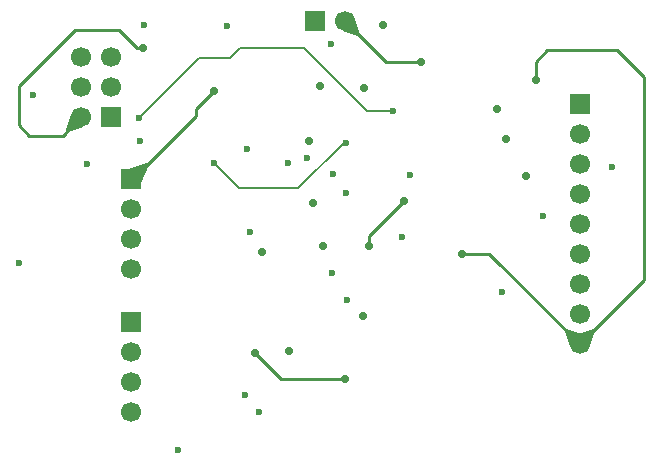
<source format=gbr>
%TF.GenerationSoftware,KiCad,Pcbnew,9.0.1*%
%TF.CreationDate,2025-12-03T13:54:12+03:00*%
%TF.ProjectId,MCU Datalogger wirh 512KB EEPROM,4d435520-4461-4746-916c-6f6767657220,1*%
%TF.SameCoordinates,Original*%
%TF.FileFunction,Copper,L3,Inr*%
%TF.FilePolarity,Positive*%
%FSLAX46Y46*%
G04 Gerber Fmt 4.6, Leading zero omitted, Abs format (unit mm)*
G04 Created by KiCad (PCBNEW 9.0.1) date 2025-12-03 13:54:12*
%MOMM*%
%LPD*%
G01*
G04 APERTURE LIST*
%TA.AperFunction,ComponentPad*%
%ADD10R,1.700000X1.700000*%
%TD*%
%TA.AperFunction,ComponentPad*%
%ADD11C,1.700000*%
%TD*%
%TA.AperFunction,ViaPad*%
%ADD12C,0.700000*%
%TD*%
%TA.AperFunction,ViaPad*%
%ADD13C,0.600000*%
%TD*%
%TA.AperFunction,Conductor*%
%ADD14C,0.250000*%
%TD*%
%TA.AperFunction,Conductor*%
%ADD15C,0.200000*%
%TD*%
G04 APERTURE END LIST*
D10*
%TO.N,/D2*%
%TO.C,J3*%
X157268500Y-87182100D03*
D11*
%TO.N,/D3*%
X157268500Y-89722100D03*
%TO.N,/D4*%
X157268500Y-92262100D03*
%TO.N,/D5*%
X157268500Y-94802100D03*
%TO.N,/D6*%
X157268500Y-97342100D03*
%TO.N,/D7*%
X157268500Y-99882100D03*
%TO.N,/D8*%
X157268500Y-102422100D03*
%TO.N,GND*%
X157268500Y-104962100D03*
%TO.N,/Vcc*%
X157268500Y-107502100D03*
%TD*%
D10*
%TO.N,/Vcc*%
%TO.C,BT1*%
X134828500Y-80162100D03*
D11*
%TO.N,GND*%
X137368500Y-80162100D03*
%TD*%
D10*
%TO.N,GND*%
%TO.C,J1*%
X119293500Y-93492100D03*
D11*
%TO.N,/Vcc*%
X119293500Y-96032100D03*
%TO.N,/SDA*%
X119293500Y-98572100D03*
%TO.N,/SCL*%
X119293500Y-101112100D03*
%TD*%
D10*
%TO.N,/MISO*%
%TO.C,J4*%
X117593500Y-88287100D03*
D11*
%TO.N,/Vcc*%
X115053500Y-88287100D03*
%TO.N,/SCK*%
X117593500Y-85747100D03*
%TO.N,/MOSI*%
X115053500Y-85747100D03*
%TO.N,/RESET*%
X117593500Y-83207100D03*
%TO.N,GND*%
X115053500Y-83207100D03*
%TD*%
D10*
%TO.N,GND*%
%TO.C,J2*%
X119293500Y-105627100D03*
D11*
%TO.N,/Vcc*%
X119293500Y-108167100D03*
%TO.N,/RX*%
X119293500Y-110707100D03*
%TO.N,/TX*%
X119293500Y-113247100D03*
%TD*%
D12*
%TO.N,GND*%
X150250000Y-87570000D03*
X130350000Y-99690000D03*
X134389932Y-90331935D03*
X143790000Y-83630000D03*
X135300000Y-85670000D03*
X151010000Y-90140000D03*
X132650000Y-108080000D03*
X126310000Y-86070000D03*
X138930000Y-105070000D03*
X152720000Y-93250000D03*
X134700000Y-95540000D03*
%TO.N,/Vcc*%
X137420000Y-110420000D03*
X135550000Y-99170000D03*
X147300000Y-99860000D03*
X138990000Y-85840000D03*
X142390000Y-95410000D03*
X139443500Y-99170000D03*
X153530000Y-85090000D03*
X129800000Y-108250000D03*
X120330000Y-82420000D03*
X140630000Y-80490000D03*
D13*
%TO.N,Net-(IC1-PB6)*%
X136280000Y-101480000D03*
X137560000Y-103750000D03*
%TO.N,/SCK*%
X119930000Y-88360000D03*
X141500000Y-87750000D03*
%TO.N,/SDA*%
X128960000Y-111790000D03*
X136210000Y-82120000D03*
X132610000Y-92130000D03*
%TO.N,/D2*%
X129340000Y-98000000D03*
X123290000Y-116490000D03*
%TO.N,/D7*%
X150710000Y-103080000D03*
X137480000Y-94700000D03*
%TO.N,/RESET*%
X120390000Y-80460000D03*
X120060000Y-90330000D03*
%TO.N,/MOSI*%
X134140000Y-91750000D03*
X110960000Y-86400000D03*
%TO.N,/D5*%
X142200000Y-98460000D03*
%TO.N,/D6*%
X154170000Y-96670000D03*
X142890000Y-93180000D03*
%TO.N,/SCL*%
X130150000Y-113280000D03*
X129100000Y-90980000D03*
X109820000Y-100600000D03*
X127370000Y-80520000D03*
%TO.N,/D8*%
X159990000Y-92520000D03*
X136360000Y-93070000D03*
%TO.N,/MISO*%
X115530000Y-92220000D03*
X137440000Y-90430000D03*
X126330000Y-92150000D03*
%TD*%
D14*
%TO.N,GND*%
X140836400Y-83630000D02*
X143790000Y-83630000D01*
X119457900Y-93492100D02*
X124760000Y-88190000D01*
X124760000Y-88190000D02*
X124760000Y-87620000D01*
X137368500Y-80162100D02*
X140836400Y-83630000D01*
X124760000Y-87620000D02*
X126310000Y-86070000D01*
X119293500Y-93492100D02*
X119457900Y-93492100D01*
%TO.N,/Vcc*%
X160420000Y-82590000D02*
X154540000Y-82590000D01*
X129800000Y-108250000D02*
X131980000Y-110430000D01*
X137360000Y-110430000D02*
X137410000Y-110430000D01*
X153530000Y-83600000D02*
X153530000Y-85090000D01*
X113480600Y-89860000D02*
X110680000Y-89860000D01*
X109790000Y-85610000D02*
X114540000Y-80860000D01*
X147300000Y-99860000D02*
X149626400Y-99860000D01*
X110680000Y-89860000D02*
X109790000Y-88970000D01*
X162730000Y-84900000D02*
X160420000Y-82590000D01*
X109790000Y-88970000D02*
X109790000Y-85610000D01*
X139443500Y-99170000D02*
X139443500Y-98356500D01*
X114540000Y-80860000D02*
X118260000Y-80860000D01*
X119820000Y-82420000D02*
X120330000Y-82420000D01*
X162730000Y-102040600D02*
X162730000Y-84900000D01*
X137410000Y-110430000D02*
X137420000Y-110420000D01*
X154540000Y-82590000D02*
X153530000Y-83600000D01*
X118260000Y-80860000D02*
X119820000Y-82420000D01*
X131980000Y-110430000D02*
X137360000Y-110430000D01*
X139443500Y-98356500D02*
X142390000Y-95410000D01*
X157268500Y-107502100D02*
X162730000Y-102040600D01*
X149626400Y-99860000D02*
X157268500Y-107502100D01*
X115053500Y-88287100D02*
X113480600Y-89860000D01*
D15*
%TO.N,/SCK*%
X125020000Y-83270000D02*
X125490000Y-83270000D01*
X119930000Y-88360000D02*
X125020000Y-83270000D01*
X132300000Y-82440000D02*
X133935407Y-82440000D01*
X139245407Y-87750000D02*
X141500000Y-87750000D01*
X128350000Y-82570000D02*
X128480000Y-82440000D01*
X133935407Y-82440000D02*
X139245407Y-87750000D01*
X125490000Y-83270000D02*
X127650000Y-83270000D01*
X127650000Y-83270000D02*
X128350000Y-82570000D01*
X128480000Y-82440000D02*
X132300000Y-82440000D01*
%TO.N,/MISO*%
X137270000Y-90430000D02*
X133430000Y-94270000D01*
X128450000Y-94270000D02*
X126330000Y-92150000D01*
X133430000Y-94270000D02*
X128450000Y-94270000D01*
X137440000Y-90430000D02*
X137270000Y-90430000D01*
%TD*%
%TA.AperFunction,Conductor*%
%TO.N,GND*%
G36*
X120658317Y-92119984D02*
G01*
X120661152Y-92122071D01*
X120827289Y-92288208D01*
X120830716Y-92296481D01*
X120829740Y-92301159D01*
X120148226Y-93863658D01*
X120141778Y-93869871D01*
X120132824Y-93869704D01*
X120132713Y-93869655D01*
X119297227Y-93494796D01*
X119291082Y-93488284D01*
X118975394Y-92653713D01*
X118975672Y-92644764D01*
X118982198Y-92638632D01*
X118982822Y-92638416D01*
X120649401Y-92119174D01*
X120658317Y-92119984D01*
G37*
%TD.AperFunction*%
%TD*%
%TA.AperFunction,Conductor*%
%TO.N,GND*%
G36*
X138200998Y-79999996D02*
G01*
X138205527Y-80005842D01*
X138644982Y-81257299D01*
X138644490Y-81266240D01*
X138642216Y-81269448D01*
X138475848Y-81435816D01*
X138467575Y-81439243D01*
X138463699Y-81438582D01*
X137212242Y-80999127D01*
X137205571Y-80993153D01*
X137204641Y-80985820D01*
X137366272Y-80169077D01*
X137371239Y-80161627D01*
X137375477Y-80159872D01*
X138192219Y-79998241D01*
X138200998Y-79999996D01*
G37*
%TD.AperFunction*%
%TD*%
%TA.AperFunction,Conductor*%
%TO.N,/Vcc*%
G36*
X158372640Y-106226109D02*
G01*
X158375848Y-106228383D01*
X158542216Y-106394751D01*
X158545643Y-106403024D01*
X158544982Y-106406900D01*
X158105527Y-107658357D01*
X158099553Y-107665028D01*
X158092217Y-107665958D01*
X157275478Y-107504327D01*
X157268027Y-107499360D01*
X157266272Y-107495121D01*
X157260007Y-107463468D01*
X157104641Y-106678379D01*
X157106396Y-106669601D01*
X157112240Y-106665073D01*
X158363700Y-106225617D01*
X158372640Y-106226109D01*
G37*
%TD.AperFunction*%
%TD*%
%TA.AperFunction,Conductor*%
%TO.N,/Vcc*%
G36*
X156173297Y-106225616D02*
G01*
X157424757Y-106665072D01*
X157431428Y-106671046D01*
X157432358Y-106678382D01*
X157270727Y-107495121D01*
X157265760Y-107502572D01*
X157261521Y-107504327D01*
X156444782Y-107665958D01*
X156436001Y-107664203D01*
X156431472Y-107658357D01*
X156376767Y-107502572D01*
X155992017Y-106406898D01*
X155992509Y-106397959D01*
X155994780Y-106394754D01*
X156161152Y-106228382D01*
X156169424Y-106224956D01*
X156173297Y-106225616D01*
G37*
%TD.AperFunction*%
%TD*%
%TA.AperFunction,Conductor*%
%TO.N,/Vcc*%
G36*
X115014868Y-88278607D02*
G01*
X115046521Y-88284872D01*
X115053972Y-88289839D01*
X115055727Y-88294078D01*
X115217358Y-89110817D01*
X115215603Y-89119598D01*
X115209757Y-89124127D01*
X113958300Y-89563582D01*
X113949359Y-89563090D01*
X113946151Y-89560816D01*
X113779783Y-89394448D01*
X113776356Y-89386175D01*
X113777016Y-89382303D01*
X114216473Y-88130840D01*
X114222446Y-88124171D01*
X114229779Y-88123241D01*
X115014868Y-88278607D01*
G37*
%TD.AperFunction*%
%TD*%
M02*

</source>
